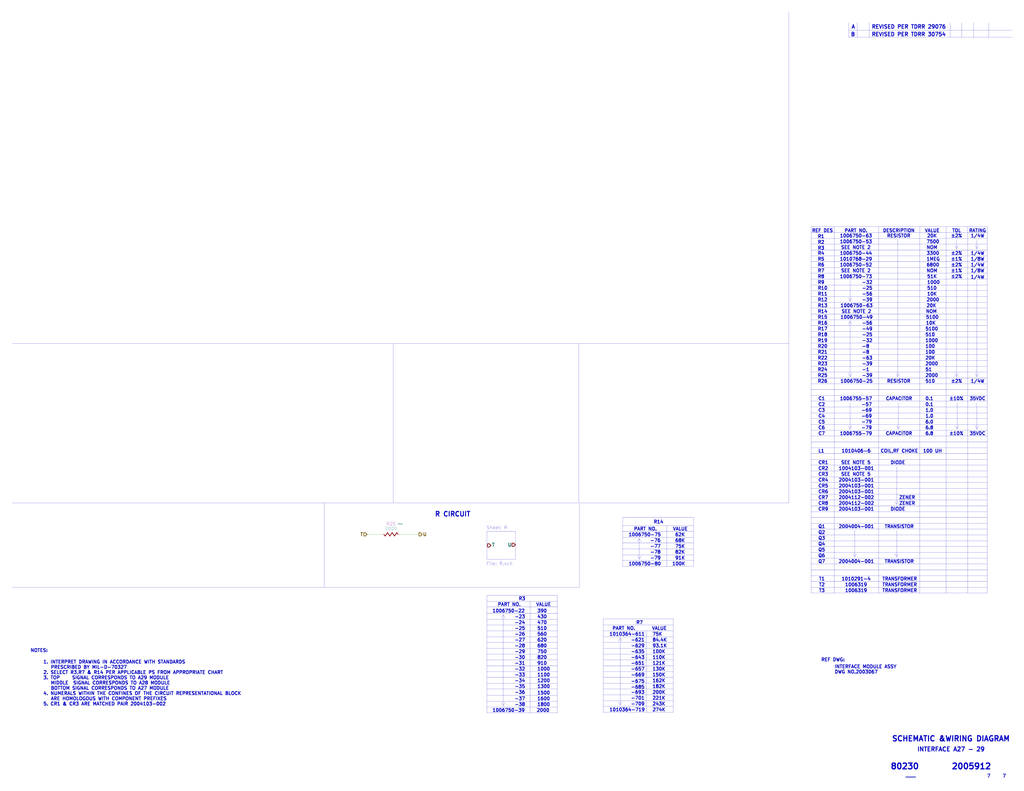
<source format=kicad_sch>
(kicad_sch (version 20211123) (generator eeschema)
  (paper "E")
  (lib_symbols
    (symbol "AGC_DSKY:HierBody" (pin_numbers hide) (pin_names (offset 0) hide)
      (symbol "HierBody_0_1"
        (polyline (pts (xy 1.905 0) (xy -0.127 -1.778) (xy -1.905 -1.778) (xy -1.905 1.778) (xy -0.127 1.778) (xy 1.905 0)) (stroke (width 0.762)))
      )
    )
    (symbol "AGC_DSKY:Resistor" (pin_numbers hide) (pin_names (offset 0) hide)
      (property "Reference" "R" (at -0.635 -4.445 0))
      (symbol "Resistor_0_1"
        (polyline (pts (xy -7.62 0) (xy -6.35 -1.905) (xy -3.81 1.905) (xy -1.27 -1.905) (xy 1.27 1.905) (xy 3.81 -1.905) (xy 6.35 1.905) (xy 7.62 0)) (stroke (width 0.762)))
      )
      (symbol "Resistor_1_1"
        (pin passive line (at -10.16 0 0) (length 2.54) (name "1") (number "1"))
        (pin passive line (at 10.16 0 180) (length 2.54) (name "2") (number "2"))
      )
    )
  )
  (polyline (pts (xy 885.19 571.5) (xy 1077.595 571.5)) (stroke (width 0) (type solid)))
  (polyline (pts (xy 885.19 330.2) (xy 1077.595 330.2)) (stroke (width 0) (type solid)))
  (polyline (pts (xy 531.495 772.16) (xy 608.33 772.16)) (stroke (width 0) (type solid)))
  (polyline (pts (xy 885.19 400.05) (xy 1077.595 400.05)) (stroke (width 0) (type solid)))
  (polyline (pts (xy 1046.48 464.82) (xy 1044.575 468.63)) (stroke (width 0) (type solid)))
  (polyline (pts (xy 679.45 580.39) (xy 756.92 580.39)) (stroke (width 0) (type solid)))
  (polyline (pts (xy 910.59 247.65) (xy 910.59 647.7)) (stroke (width 0) (type solid)))
  (polyline (pts (xy 885.19 520.7) (xy 1077.595 520.7)) (stroke (width 0) (type solid)))
  (polyline (pts (xy 1043.94 411.48) (xy 1043.94 306.07)) (stroke (width 0) (type solid)))
  (polyline (pts (xy 885.19 298.45) (xy 1077.595 298.45)) (stroke (width 0) (type solid)))
  (polyline (pts (xy 1066.165 467.995) (xy 1066.165 440.055)) (stroke (width 0) (type solid)))
  (polyline (pts (xy 861.06 13.335) (xy 861.06 549.275)) (stroke (width 0) (type solid)))
  (polyline (pts (xy 885.19 425.45) (xy 1077.595 425.45)) (stroke (width 0) (type solid)))
  (polyline (pts (xy 531.495 580.39) (xy 531.495 610.87)) (stroke (width 0) (type solid)))
  (polyline (pts (xy 861.06 549.275) (xy 632.46 549.275)) (stroke (width 0) (type solid)))
  (polyline (pts (xy 531.495 765.81) (xy 608.33 765.81)) (stroke (width 0) (type solid)))
  (wire (pts (xy 400.685 583.565) (xy 416.56 583.565)))
  (polyline (pts (xy 531.495 778.51) (xy 608.33 778.51)) (stroke (width 0) (type solid)))
  (polyline (pts (xy 885.19 247.65) (xy 885.19 647.7)) (stroke (width 0) (type solid)))
  (polyline (pts (xy 658.495 688.975) (xy 734.695 688.975)) (stroke (width 0) (type solid)))
  (polyline (pts (xy 925.83 464.82) (xy 927.735 468.63)) (stroke (width 0) (type solid)))
  (polyline (pts (xy 980.44 467.995) (xy 980.44 440.055)) (stroke (width 0) (type solid)))
  (polyline (pts (xy 885.19 438.15) (xy 1077.595 438.15)) (stroke (width 0) (type solid)))
  (polyline (pts (xy 885.19 527.05) (xy 1077.595 527.05)) (stroke (width 0) (type solid)))
  (polyline (pts (xy 658.495 675.64) (xy 734.695 675.64)) (stroke (width 0) (type solid)))
  (polyline (pts (xy 885.19 336.55) (xy 1077.595 336.55)) (stroke (width 0) (type solid)))
  (polyline (pts (xy 885.19 482.6) (xy 1077.595 482.6)) (stroke (width 0) (type solid)))
  (polyline (pts (xy 958.85 247.65) (xy 958.85 647.7)) (stroke (width 0) (type solid)))
  (polyline (pts (xy 1049.8074 40.64) (xy 1049.8074 24.7396)) (stroke (width 0.1524) (type solid)))
  (polyline (pts (xy 885.19 387.35) (xy 1077.595 387.35)) (stroke (width 0) (type solid)))
  (polyline (pts (xy 679.45 574.04) (xy 756.92 574.04)) (stroke (width 0) (type solid)))
  (polyline (pts (xy 885.19 641.35) (xy 1077.595 641.35)) (stroke (width 0) (type solid)))
  (polyline (pts (xy 1064.26 267.97) (xy 1066.165 271.78)) (stroke (width 0) (type solid)))
  (polyline (pts (xy 926.1094 40.64) (xy 926.1094 24.765)) (stroke (width 0.1524) (type solid)))
  (polyline (pts (xy 885.19 374.65) (xy 1077.595 374.65)) (stroke (width 0) (type solid)))
  (polyline (pts (xy 982.345 464.82) (xy 980.44 468.63)) (stroke (width 0) (type solid)))
  (polyline (pts (xy 885.19 406.4) (xy 1077.595 406.4)) (stroke (width 0) (type solid)))
  (polyline (pts (xy 885.19 635) (xy 1077.595 635)) (stroke (width 0) (type solid)))
  (polyline (pts (xy 929.64 407.67) (xy 927.735 411.48)) (stroke (width 0) (type solid)))
  (polyline (pts (xy 727.71 574.04) (xy 727.71 618.49)) (stroke (width 0) (type solid)))
  (polyline (pts (xy 13.335 375.285) (xy 861.06 375.285)) (stroke (width 0) (type solid)))
  (polyline (pts (xy 1003.935 247.65) (xy 1003.935 647.7)) (stroke (width 0) (type solid)))
  (polyline (pts (xy 1066.165 271.78) (xy 1066.165 261.62)) (stroke (width 0) (type solid)))
  (polyline (pts (xy 658.495 771.525) (xy 734.695 771.525)) (stroke (width 0) (type solid)))
  (polyline (pts (xy 13.335 641.35) (xy 632.46 641.35)) (stroke (width 0) (type solid)))
  (polyline (pts (xy 1043.94 271.78) (xy 1043.94 261.62)) (stroke (width 0) (type solid)))
  (polyline (pts (xy 756.92 565.15) (xy 756.92 618.49)) (stroke (width 0) (type solid)))
  (polyline (pts (xy 885.19 558.8) (xy 1077.595 558.8)) (stroke (width 0) (type solid)))
  (polyline (pts (xy 932.815 607.695) (xy 932.815 579.12)) (stroke (width 0) (type solid)))
  (polyline (pts (xy 531.495 708.025) (xy 608.33 708.025)) (stroke (width 0) (type solid)))
  (polyline (pts (xy 13.335 549.275) (xy 631.825 549.275)) (stroke (width 0) (type solid)))
  (polyline (pts (xy 929.64 325.12) (xy 927.735 328.93)) (stroke (width 0) (type solid)))
  (polyline (pts (xy 885.19 254) (xy 1077.595 254)) (stroke (width 0) (type solid)))
  (polyline (pts (xy 658.495 746.125) (xy 734.695 746.125)) (stroke (width 0) (type solid)))
  (polyline (pts (xy 885.19 457.2) (xy 1077.595 457.2)) (stroke (width 0) (type solid)))
  (polyline (pts (xy 578.485 656.59) (xy 578.485 778.51)) (stroke (width 0) (type solid)))
  (polyline (pts (xy 531.495 669.925) (xy 608.33 669.925)) (stroke (width 0) (type solid)))
  (polyline (pts (xy 885.19 393.7) (xy 1077.595 393.7)) (stroke (width 0) (type solid)))
  (polyline (pts (xy 1068.07 464.82) (xy 1066.165 468.63)) (stroke (width 0) (type solid)))
  (polyline (pts (xy 978.535 607.695) (xy 978.535 579.12)) (stroke (width 0) (type solid)))
  (polyline (pts (xy 658.495 777.875) (xy 734.695 777.875)) (stroke (width 0) (type solid)))
  (polyline (pts (xy 679.45 565.15) (xy 679.45 618.49)) (stroke (width 0) (type solid)))
  (polyline (pts (xy 927.735 350.52) (xy 927.735 411.48)) (stroke (width 0) (type solid)))
  (polyline (pts (xy 885.19 381) (xy 1077.595 381)) (stroke (width 0) (type solid)))
  (polyline (pts (xy 885.19 431.8) (xy 1077.595 431.8)) (stroke (width 0) (type solid)))
  (polyline (pts (xy 531.495 701.675) (xy 608.33 701.675)) (stroke (width 0) (type solid)))
  (polyline (pts (xy 885.19 304.8) (xy 1077.595 304.8)) (stroke (width 0) (type solid)))
  (polyline (pts (xy 885.19 533.4) (xy 1077.595 533.4)) (stroke (width 0) (type solid)))
  (polyline (pts (xy 885.19 342.9) (xy 1077.595 342.9)) (stroke (width 0) (type solid)))
  (polyline (pts (xy 695.96 607.06) (xy 697.865 610.87)) (stroke (width 0) (type solid)))
  (polyline (pts (xy 695.96 591.82) (xy 697.865 588.01)) (stroke (width 0) (type solid)))
  (polyline (pts (xy 976.63 604.52) (xy 978.535 608.33)) (stroke (width 0) (type solid)))
  (polyline (pts (xy 885.19 311.15) (xy 1077.595 311.15)) (stroke (width 0) (type solid)))
  (polyline (pts (xy 885.19 292.1) (xy 1077.595 292.1)) (stroke (width 0) (type solid)))
  (polyline (pts (xy 885.19 355.6) (xy 1077.595 355.6)) (stroke (width 0) (type solid)))
  (polyline (pts (xy 1042.035 267.97) (xy 1043.94 271.78)) (stroke (width 0) (type solid)))
  (polyline (pts (xy 679.45 612.14) (xy 756.92 612.14)) (stroke (width 0) (type solid)))
  (polyline (pts (xy 885.19 622.3) (xy 1077.595 622.3)) (stroke (width 0) (type solid)))
  (polyline (pts (xy 679.45 605.79) (xy 756.92 605.79)) (stroke (width 0) (type solid)))
  (polyline (pts (xy 885.19 349.25) (xy 1077.595 349.25)) (stroke (width 0) (type solid)))
  (polyline (pts (xy 885.19 285.75) (xy 1077.595 285.75)) (stroke (width 0) (type solid)))
  (polyline (pts (xy 925.83 325.12) (xy 927.735 328.93)) (stroke (width 0) (type solid)))
  (polyline (pts (xy 675.005 766.445) (xy 676.91 770.255)) (stroke (width 0) (type solid)))
  (polyline (pts (xy 531.495 752.475) (xy 608.33 752.475)) (stroke (width 0) (type solid)))
  (polyline (pts (xy 885.19 577.85) (xy 1077.595 577.85)) (stroke (width 0) (type solid)))
  (polyline (pts (xy 531.495 682.625) (xy 608.33 682.625)) (stroke (width 0) (type solid)))
  (polyline (pts (xy 551.18 675.005) (xy 549.275 671.195)) (stroke (width 0) (type solid)))
  (polyline (pts (xy 885.19 546.1) (xy 1077.595 546.1)) (stroke (width 0) (type solid)))
  (polyline (pts (xy 930.91 604.52) (xy 932.815 608.33)) (stroke (width 0) (type solid)))
  (polyline (pts (xy 705.485 688.975) (xy 705.485 777.875)) (stroke (width 0) (type solid)))
  (polyline (pts (xy 885.19 596.9) (xy 1077.595 596.9)) (stroke (width 0) (type solid)))
  (polyline (pts (xy 885.19 444.5) (xy 1077.595 444.5)) (stroke (width 0) (type solid)))
  (polyline (pts (xy 927.735 328.93) (xy 927.735 306.07)) (stroke (width 0) (type solid)))
  (polyline (pts (xy 1042.67 464.82) (xy 1044.575 468.63)) (stroke (width 0) (type solid)))
  (polyline (pts (xy 531.495 695.325) (xy 608.33 695.325)) (stroke (width 0) (type solid)))
  (polyline (pts (xy 885.19 323.85) (xy 1077.595 323.85)) (stroke (width 0) (type solid)))
  (polyline (pts (xy 658.495 727.075) (xy 734.695 727.075)) (stroke (width 0) (type solid)))
  (polyline (pts (xy 658.495 714.375) (xy 734.695 714.375)) (stroke (width 0) (type solid)))
  (polyline (pts (xy 658.495 695.325) (xy 734.695 695.325)) (stroke (width 0) (type solid)))
  (polyline (pts (xy 531.495 676.275) (xy 608.33 676.275)) (stroke (width 0) (type solid)))
  (polyline (pts (xy 885.19 501.65) (xy 1077.595 501.65)) (stroke (width 0) (type solid)))
  (polyline (pts (xy 1077.595 247.65) (xy 1077.595 647.7)) (stroke (width 0) (type solid)))
  (polyline (pts (xy 676.91 769.62) (xy 676.91 696.595)) (stroke (width 0) (type solid)))
  (polyline (pts (xy 531.495 746.125) (xy 608.33 746.125)) (stroke (width 0) (type solid)))
  (polyline (pts (xy 679.45 565.15) (xy 756.92 565.15)) (stroke (width 0) (type solid)))
  (polyline (pts (xy 1078.992 40.6146) (xy 1078.992 24.7396)) (stroke (width 0.1524) (type solid)))
  (polyline (pts (xy 678.815 766.445) (xy 676.91 770.255)) (stroke (width 0) (type solid)))
  (polyline (pts (xy 885.19 495.3) (xy 1077.595 495.3)) (stroke (width 0) (type solid)))
  (polyline (pts (xy 980.44 604.52) (xy 978.535 608.33)) (stroke (width 0) (type solid)))
  (polyline (pts (xy 562.61 580.39) (xy 531.495 580.39)) (stroke (width 0) (type solid)))
  (polyline (pts (xy 885.19 647.7) (xy 1077.595 647.7)) (stroke (width 0) (type solid)))
  (polyline (pts (xy 929.64 354.33) (xy 927.735 350.52)) (stroke (width 0) (type solid)))
  (polyline (pts (xy 978.535 464.82) (xy 980.44 468.63)) (stroke (width 0) (type solid)))
  (polyline (pts (xy 658.495 765.175) (xy 734.695 765.175)) (stroke (width 0) (type solid)))
  (polyline (pts (xy 1064.26 407.67) (xy 1066.165 411.48)) (stroke (width 0) (type solid)))
  (polyline (pts (xy 675.005 700.405) (xy 676.91 696.595)) (stroke (width 0) (type solid)))
  (polyline (pts (xy 562.61 610.87) (xy 562.61 580.39)) (stroke (width 0) (type solid)))
  (polyline (pts (xy 531.495 759.46) (xy 608.33 759.46)) (stroke (width 0) (type solid)))
  (polyline (pts (xy 948.69 40.64) (xy 948.69 24.7396)) (stroke (width 0.1524) (type solid)))
  (polyline (pts (xy 658.495 752.475) (xy 734.695 752.475)) (stroke (width 0) (type solid)))
  (polyline (pts (xy 531.495 727.075) (xy 608.33 727.075)) (stroke (width 0) (type solid)))
  (polyline (pts (xy 1032.51 247.65) (xy 1032.51 647.7)) (stroke (width 0) (type solid)))
  (polyline (pts (xy 632.46 549.275) (xy 632.46 641.35)) (stroke (width 0) (type solid)))
  (polyline (pts (xy 1066.165 411.48) (xy 1066.165 306.07)) (stroke (width 0) (type solid)))
  (polyline (pts (xy 885.19 609.6) (xy 1077.595 609.6)) (stroke (width 0) (type solid)))
  (polyline (pts (xy 531.495 650.24) (xy 608.33 650.24)) (stroke (width 0) (type solid)))
  (polyline (pts (xy 547.37 767.08) (xy 549.275 770.89)) (stroke (width 0) (type solid)))
  (polyline (pts (xy 531.495 688.975) (xy 608.33 688.975)) (stroke (width 0) (type solid)))
  (polyline (pts (xy 531.495 656.59) (xy 608.33 656.59)) (stroke (width 0) (type solid)))
  (polyline (pts (xy 658.495 733.425) (xy 734.695 733.425)) (stroke (width 0) (type solid)))
  (polyline (pts (xy 981.71 407.67) (xy 979.805 411.48)) (stroke (width 0) (type solid)))
  (polyline (pts (xy 885.19 628.65) (xy 1077.595 628.65)) (stroke (width 0) (type solid)))
  (polyline (pts (xy 1042.035 407.67) (xy 1043.94 411.48)) (stroke (width 0) (type solid)))
  (polyline (pts (xy 658.495 701.675) (xy 734.695 701.675)) (stroke (width 0) (type solid)))
  (polyline (pts (xy 1056.005 247.65) (xy 1056.005 647.7)) (stroke (width 0) (type solid)))
  (polyline (pts (xy 531.495 662.94) (xy 608.33 662.94)) (stroke (width 0) (type solid)))
  (polyline (pts (xy 679.45 593.09) (xy 756.92 593.09)) (stroke (width 0) (type solid)))
  (polyline (pts (xy 980.44 547.37) (xy 978.535 551.18)) (stroke (width 0) (type solid)))
  (polyline (pts (xy 925.83 354.33) (xy 927.735 350.52)) (stroke (width 0) (type solid)))
  (polyline (pts (xy 885.19 488.95) (xy 1077.595 488.95)) (stroke (width 0) (type solid)))
  (polyline (pts (xy 658.495 739.775) (xy 734.695 739.775)) (stroke (width 0) (type solid)))
  (polyline (pts (xy 885.19 565.15) (xy 1077.595 565.15)) (stroke (width 0) (type solid)))
  (polyline (pts (xy 679.45 586.74) (xy 756.92 586.74)) (stroke (width 0) (type solid)))
  (polyline (pts (xy 429.26 375.285) (xy 429.26 549.275)) (stroke (width 0) (type solid)))
  (polyline (pts (xy 658.495 758.825) (xy 734.695 758.825)) (stroke (width 0) (type solid)))
  (polyline (pts (xy 1068.07 407.67) (xy 1066.165 411.48)) (stroke (width 0) (type solid)))
  (polyline (pts (xy 885.19 476.25) (xy 1077.595 476.25)) (stroke (width 0) (type solid)))
  (polyline (pts (xy 1104.9 33.02) (xy 926.1094 33.02)) (stroke (width 0.1524) (type solid)))
  (polyline (pts (xy 531.495 739.775) (xy 608.33 739.775)) (stroke (width 0) (type solid)))
  (polyline (pts (xy 1045.845 267.97) (xy 1043.94 271.78)) (stroke (width 0) (type solid)))
  (polyline (pts (xy 658.495 777.875) (xy 658.495 675.64)) (stroke (width 0) (type solid)))
  (polyline (pts (xy 885.19 279.4) (xy 1077.595 279.4)) (stroke (width 0) (type solid)))
  (polyline (pts (xy 885.19 361.95) (xy 1077.595 361.95)) (stroke (width 0) (type solid)))
  (polyline (pts (xy 885.19 260.35) (xy 1077.595 260.35)) (stroke (width 0) (type solid)))
  (polyline (pts (xy 979.805 261.62) (xy 979.805 411.48)) (stroke (width 0) (type solid)))
  (polyline (pts (xy 885.19 317.5) (xy 1077.595 317.5)) (stroke (width 0) (type solid)))
  (polyline (pts (xy 885.19 603.25) (xy 1077.595 603.25)) (stroke (width 0) (type solid)))
  (polyline (pts (xy 551.18 767.08) (xy 549.275 770.89)) (stroke (width 0) (type solid)))
  (polyline (pts (xy 679.45 618.49) (xy 756.92 618.49)) (stroke (width 0) (type solid)))
  (polyline (pts (xy 678.815 700.405) (xy 676.91 696.595)) (stroke (width 0) (type solid)))
  (polyline (pts (xy 699.77 591.82) (xy 697.865 588.01)) (stroke (width 0) (type solid)))
  (polyline (pts (xy 1045.845 407.67) (xy 1043.94 411.48)) (stroke (width 0) (type solid)))
  (polyline (pts (xy 549.275 770.255) (xy 549.275 671.195)) (stroke (width 0) (type solid)))
  (polyline (pts (xy 531.495 610.87) (xy 562.61 610.87)) (stroke (width 0) (type solid)))
  (polyline (pts (xy 885.19 469.9) (xy 1077.595 469.9)) (stroke (width 0) (type solid)))
  (polyline (pts (xy 1064.26 464.82) (xy 1066.165 468.63)) (stroke (width 0) (type solid)))
  (polyline (pts (xy 531.495 733.425) (xy 608.33 733.425)) (stroke (width 0) (type solid)))
  (polyline (pts (xy 885.19 419.1) (xy 1077.595 419.1)) (stroke (width 0) (type solid)))
  (polyline (pts (xy 697.865 610.235) (xy 697.865 588.01)) (stroke (width 0) (type solid)))
  (polyline (pts (xy 1044.575 467.995) (xy 1044.575 440.055)) (stroke (width 0) (type solid)))
  (polyline (pts (xy 658.495 682.625) (xy 734.695 682.625)) (stroke (width 0) (type solid)))
  (polyline (pts (xy 885.19 273.05) (xy 1077.595 273.05)) (stroke (width 0) (type solid)))
  (polyline (pts (xy 885.19 508) (xy 1077.595 508)) (stroke (width 0) (type solid)))
  (polyline (pts (xy 934.72 604.52) (xy 932.815 608.33)) (stroke (width 0) (type solid)))
  (polyline (pts (xy 734.695 675.64) (xy 734.695 777.875)) (stroke (width 0) (type solid)))
  (polyline (pts (xy 1037.1074 40.64) (xy 1037.1074 24.7396)) (stroke (width 0.1524) (type solid)))
  (wire (pts (xy 436.88 583.565) (xy 457.2 583.565)))
  (polyline (pts (xy 929.64 464.82) (xy 927.735 468.63)) (stroke (width 0) (type solid)))
  (polyline (pts (xy 885.19 266.7) (xy 1077.595 266.7)) (stroke (width 0) (type solid)))
  (polyline (pts (xy 885.19 247.65) (xy 1077.595 247.65)) (stroke (width 0) (type solid)))
  (polyline (pts (xy 977.9 407.67) (xy 979.805 411.48)) (stroke (width 0) (type solid)))
  (polyline (pts (xy 547.37 675.005) (xy 549.275 671.195)) (stroke (width 0) (type solid)))
  (polyline (pts (xy 925.83 407.67) (xy 927.735 411.48)) (stroke (width 0) (type solid)))
  (polyline (pts (xy 885.19 584.2) (xy 1077.595 584.2)) (stroke (width 0) (type solid)))
  (polyline (pts (xy 531.495 778.51) (xy 531.495 650.24)) (stroke (width 0) (type solid)))
  (polyline (pts (xy 885.19 463.55) (xy 1077.595 463.55)) (stroke (width 0) (type solid)))
  (polyline (pts (xy 885.19 539.75) (xy 1077.595 539.75)) (stroke (width 0) (type solid)))
  (polyline (pts (xy 531.495 720.725) (xy 608.33 720.725)) (stroke (width 0) (type solid)))
  (polyline (pts (xy 1068.07 267.97) (xy 1066.165 271.78)) (stroke (width 0) (type solid)))
  (polyline (pts (xy 699.77 607.06) (xy 697.865 610.87)) (stroke (width 0) (type solid)))
  (polyline (pts (xy 976.63 547.37) (xy 978.535 551.18)) (stroke (width 0) (type solid)))
  (polyline (pts (xy 1104.9 40.64) (xy 926.1094 40.64)) (stroke (width 0.1524) (type solid)))
  (polyline (pts (xy 658.495 708.025) (xy 734.695 708.025)) (stroke (width 0) (type solid)))
  (polyline (pts (xy 631.825 548.64) (xy 631.825 375.285)) (stroke (width 0) (type solid)))
  (polyline (pts (xy 608.33 778.51) (xy 608.33 650.24)) (stroke (width 0) (type solid)))
  (polyline (pts (xy 885.19 552.45) (xy 1077.595 552.45)) (stroke (width 0) (type solid)))
  (polyline (pts (xy 1062.5074 40.64) (xy 1062.5074 24.7396)) (stroke (width 0.1524) (type solid)))
  (polyline (pts (xy 885.19 590.55) (xy 1077.595 590.55)) (stroke (width 0) (type solid)))
  (polyline (pts (xy 658.495 720.725) (xy 734.695 720.725)) (stroke (width 0) (type solid)))
  (polyline (pts (xy 935.7106 40.64) (xy 935.7106 24.765)) (stroke (width 0.1524) (type solid)))
  (polyline (pts (xy 353.695 641.35) (xy 353.695 549.275)) (stroke (width 0) (type solid)))
  (polyline (pts (xy 885.19 412.75) (xy 1077.595 412.75)) (stroke (width 0) (type solid)))
  (polyline (pts (xy 531.495 714.375) (xy 608.33 714.375)) (stroke (width 0) (type solid)))
  (polyline (pts (xy 927.735 467.995) (xy 927.735 440.055)) (stroke (width 0) (type solid)))
  (polyline (pts (xy 978.535 550.545) (xy 978.535 509.27)) (stroke (width 0) (type solid)))
  (polyline (pts (xy 885.19 450.85) (xy 1077.595 450.85)) (stroke (width 0) (type solid)))
  (polyline (pts (xy 885.19 368.3) (xy 1077.595 368.3)) (stroke (width 0) (type solid)))
  (polyline (pts (xy 885.19 615.95) (xy 1077.595 615.95)) (stroke (width 0) (type solid)))
  (polyline (pts (xy 679.45 599.44) (xy 756.92 599.44)) (stroke (width 0) (type solid)))
  (polyline (pts (xy 885.19 514.35) (xy 1077.595 514.35)) (stroke (width 0) (type solid)))
  (text "Q2" (at 892.81 583.565 0) (effects (font (size 3.556 3.556) (thickness 0.7112) bold) (justify left bottom)))
  (text "R25" (at 892.175 412.115 0) (effects (font (size 3.556 3.556) (thickness 0.7112) bold) (justify left bottom)))
  (text "REF DES" (at 885.825 254 0) (effects (font (size 3.556 3.556) (thickness 0.7112) bold) (justify left bottom)))
  (text "-25" (at 940.435 316.865 0) (effects (font (size 3.556 3.556) (thickness 0.7112) bold) (justify left bottom)))
  (text "10K" (at 1011.555 323.215 0) (effects (font (size 3.556 3.556) (thickness 0.7112) bold) (justify left bottom)))
  (text "2000" (at 1009.65 399.415 0) (effects (font (size 3.556 3.556) (thickness 0.7112) bold) (justify left bottom)))
  (text "NOTES:" (at 33.02 712.47 0) (effects (font (size 3.556 3.556) (thickness 0.7112) bold) (justify left bottom)))
  (text "R3" (at 892.175 273.05 0) (effects (font (size 3.556 3.556) (thickness 0.7112) bold) (justify left bottom)))
  (text "1000" (at 1011.555 310.515 0) (effects (font (size 3.556 3.556) (thickness 0.7112) bold) (justify left bottom)))
  (text "3300" (at 1010.92 278.765 0) (effects (font (size 3.556 3.556) (thickness 0.7112) bold) (justify left bottom)))
  (text "-79" (at 939.8 462.915 0) (effects (font (size 3.556 3.556) (thickness 0.7112) bold) (justify left bottom)))
  (text "5100" (at 1010.285 348.615 0) (effects (font (size 3.556 3.556) (thickness 0.7112) bold) (justify left bottom)))
  (text "-31" (at 561.34 726.44 0) (effects (font (size 3.556 3.556) (thickness 0.7112) bold) (justify left bottom)))
  (text "PART NO." (at 691.515 579.755 0) (effects (font (size 3.556 3.556) (thickness 0.7112) bold) (justify left bottom)))
  (text "100K" (at 733.425 617.855 0) (effects (font (size 3.556 3.556) (thickness 0.7112) bold) (justify left bottom)))
  (text "SEE NOTE 2" (at 917.575 297.815 0) (effects (font (size 3.556 3.556) (thickness 0.7112) bold) (justify left bottom)))
  (text "-36" (at 561.34 758.19 0) (effects (font (size 3.556 3.556) (thickness 0.7112) bold) (justify left bottom)))
  (text "1/4W" (at 1059.18 304.8 0) (effects (font (size 3.556 3.556) (thickness 0.7112) bold) (justify left bottom)))
  (text "1MEG" (at 1010.92 285.115 0) (effects (font (size 3.556 3.556) (thickness 0.7112) bold) (justify left bottom)))
  (text "VALUE" (at 1009.015 254 0) (effects (font (size 3.556 3.556) (thickness 0.7112) bold) (justify left bottom)))
  (text "2004112-002" (at 915.035 551.815 0) (effects (font (size 3.556 3.556) (thickness 0.7112) bold) (justify left bottom)))
  (text "CR8" (at 892.81 551.815 0) (effects (font (size 3.556 3.556) (thickness 0.7112) bold) (justify left bottom)))
  (text "SEE NOTE 5" (at 917.575 507.365 0) (effects (font (size 3.556 3.556) (thickness 0.7112) bold) (justify left bottom)))
  (text "-26" (at 561.34 694.69 0) (effects (font (size 3.556 3.556) (thickness 0.7112) bold) (justify left bottom)))
  (text "2005912" (at 1038.225 840.74 0) (effects (font (size 6.35 6.35) (thickness 1.27) bold) (justify left bottom)))
  (text "R2" (at 892.175 266.7 0) (effects (font (size 3.556 3.556) (thickness 0.7112) bold) (justify left bottom)))
  (text "1200" (at 586.105 745.49 0) (effects (font (size 3.556 3.556) (thickness 0.7112) bold) (justify left bottom)))
  (text "1006750-63" (at 916.305 259.715 0) (effects (font (size 3.556 3.556) (thickness 0.7112) bold) (justify left bottom)))
  (text "84.4K" (at 711.835 701.04 0) (effects (font (size 3.556 3.556) (thickness 0.7112) bold) (justify left bottom)))
  (text "T2" (at 893.445 640.715 0) (effects (font (size 3.556 3.556) (thickness 0.7112) bold) (justify left bottom)))
  (text "R CIRCUIT" (at 474.345 564.515 0) (effects (font (size 5.08 5.08) (thickness 1.016) bold) (justify left bottom)))
  (text "1/4W" (at 1059.18 291.465 0) (effects (font (size 3.556 3.556) (thickness 0.7112) bold) (justify left bottom)))
  (text "200K" (at 711.835 758.19 0) (effects (font (size 3.556 3.556) (thickness 0.7112) bold) (justify left bottom)))
  (text "100" (at 1009.65 380.365 0) (effects (font (size 3.556 3.556) (thickness 0.7112) bold) (justify left bottom)))
  (text "INTERFACE A27 - 29" (at 1000.76 821.055 0) (effects (font (size 4.572 4.572) (thickness 0.9144) bold) (justify left bottom)))
  (text "-35" (at 561.34 751.84 0) (effects (font (size 3.556 3.556) (thickness 0.7112) bold) (justify left bottom)))
  (text "35VDC" (at 1057.91 475.615 0) (effects (font (size 3.556 3.556) (thickness 0.7112) bold) (justify left bottom)))
  (text "Q1" (at 892.81 577.215 0) (effects (font (size 3.556 3.556) (thickness 0.7112) bold) (justify left bottom)))
  (text "910" (at 586.105 726.44 0) (effects (font (size 3.556 3.556) (thickness 0.7112) bold) (justify left bottom)))
  (text "510" (at 1009.65 418.465 0) (effects (font (size 3.556 3.556) (thickness 0.7112) bold) (justify left bottom)))
  (text "620" (at 586.105 701.04 0) (effects (font (size 3.556 3.556) (thickness 0.7112) bold) (justify left bottom)))
  (text "100 UH" (at 1007.11 494.665 0) (effects (font (size 3.556 3.556) (thickness 0.7112) bold) (justify left bottom)))
  (text "R1" (at 892.175 260.35 0) (effects (font (size 3.556 3.556) (thickness 0.7112) bold) (justify left bottom)))
  (text "560" (at 586.105 694.69 0) (effects (font (size 3.556 3.556) (thickness 0.7112) bold) (justify left bottom)))
  (text "1006755-79" (at 916.305 475.615 0) (effects (font (size 3.556 3.556) (thickness 0.7112) bold) (justify left bottom)))
  (text "1006750-44" (at 916.305 278.765 0) (effects (font (size 3.556 3.556) (thickness 0.7112) bold) (justify left bottom)))
  (text "100" (at 1009.65 386.715 0) (effects (font (size 3.556 3.556) (thickness 0.7112) bold) (justify left bottom)))
  (text "C6" (at 892.81 469.265 0) (effects (font (size 3.556 3.556) (thickness 0.7112) bold) (justify left bottom)))
  (text "R11" (at 892.175 323.215 0) (effects (font (size 3.556 3.556) (thickness 0.7112) bold) (justify left bottom)))
  (text "1/4W" (at 1059.18 418.465 0) (effects (font (size 3.556 3.556) (thickness 0.7112) bold) (justify left bottom)))
  (text "R17" (at 892.175 361.315 0) (effects (font (size 3.556 3.556) (thickness 0.7112) bold) (justify left bottom)))
  (text "6800" (at 1010.92 291.465 0) (effects (font (size 3.556 3.556) (thickness 0.7112) bold) (justify left bottom)))
  (text "510" (at 1011.555 316.865 0) (effects (font (size 3.556 3.556) (thickness 0.7112) bold) (justify left bottom)))
  (text "-39" (at 940.435 329.565 0) (effects (font (size 3.556 3.556) (thickness 0.7112) bold) (justify left bottom)))
  (text "NOM" (at 1010.285 342.265 0) (effects (font (size 3.556 3.556) (thickness 0.7112) bold) (justify left bottom)))
  (text "100K" (at 711.835 713.74 0) (effects (font (size 3.556 3.556) (thickness 0.7112) bold) (justify left bottom)))
  (text "Sheet: R" (at 530.86 578.485 0) (effects (font (size 3.556 3.556)) (justify left bottom)))
  (text "SCHEMATIC &WIRING DIAGRAM" (at 973.1756 810.1584 0) (effects (font (size 5.715 5.715) (thickness 1.143) bold) (justify left bottom)))
  (text "130K" (at 711.835 732.79 0) (effects (font (size 3.556 3.556) (thickness 0.7112) bold) (justify left bottom)))
  (text "Q7" (at 892.81 615.315 0) (effects (font (size 3.556 3.556) (thickness 0.7112) bold) (justify left bottom)))
  (text "±2%" (at 1037.59 304.165 0) (effects (font (size 3.556 3.556) (thickness 0.7112) bold) (justify left bottom)))
  (text "-669" (at 688.34 739.14 0) (effects (font (size 3.556 3.556) (thickness 0.7112) bold) (justify left bottom)))
  (text "R9" (at 892.175 310.515 0) (effects (font (size 3.556 3.556) (thickness 0.7112) bold) (justify left bottom)))
  (text "TOL" (at 1038.86 254 0) (effects (font (size 3.556 3.556) (thickness 0.7112) bold) (justify left bottom)))
  (text "1800" (at 586.105 771.525 0) (effects (font (size 3.556 3.556) (thickness 0.7112) bold) (justify left bottom)))
  (text "R26" (at 892.175 418.465 0) (effects (font (size 3.556 3.556) (thickness 0.7112) bold) (justify left bottom)))
  (text "-78" (at 709.295 605.155 0) (effects (font (size 3.556 3.556) (thickness 0.7112) bold) (justify left bottom)))
  (text "R13" (at 892.175 335.915 0) (effects (font (size 3.556 3.556) (thickness 0.7112) bold) (justify left bottom)))
  (text "-28" (at 561.34 707.39 0) (effects (font (size 3.556 3.556) (thickness 0.7112) bold) (justify left bottom)))
  (text "R6" (at 892.175 291.465 0) (effects (font (size 3.556 3.556) (thickness 0.7112) bold) (justify left bottom)))
  (text "51" (at 1009.65 405.765 0) (effects (font (size 3.556 3.556) (thickness 0.7112) bold) (justify left bottom)))
  (text "-79" (at 939.8 469.265 0) (effects (font (size 3.556 3.556) (thickness 0.7112) bold) (justify left bottom)))
  (text "470" (at 586.105 681.99 0) (effects (font (size 3.556 3.556) (thickness 0.7112) bold) (justify left bottom)))
  (text "5100" (at 1009.65 361.315 0) (effects (font (size 3.556 3.556) (thickness 0.7112) bold) (justify left bottom)))
  (text "2004103-001" (at 915.035 558.165 0) (effects (font (size 3.556 3.556) (thickness 0.7112) bold) (justify left bottom)))
  (text "VALUE" (at 584.835 662.305 0) (effects (font (size 3.556 3.556) (thickness 0.7112) bold) (justify left bottom)))
  (text "10K" (at 1010.285 354.965 0) (effects (font (size 3.556 3.556) (thickness 0.7112) bold) (justify left bottom)))
  (text "-63" (at 940.435 393.065 0) (effects (font (size 3.556 3.556) (thickness 0.7112) bold) (justify left bottom)))
  (text "Q6" (at 892.81 608.965 0) (effects (font (size 3.556 3.556) (thickness 0.7112) bold) (justify left bottom)))
  (text "1100" (at 586.105 739.14 0) (effects (font (size 3.556 3.556) (thickness 0.7112) bold) (justify left bottom)))
  (text "SEE NOTE 2" (at 917.575 272.415 0) (effects (font (size 3.556 3.556) (thickness 0.7112) bold) (justify left bottom)))
  (text "75K" (at 736.6 598.805 0) (effects (font (size 3.556 3.556) (thickness 0.7112) bold) (justify left bottom)))
  (text "1/8W" (at 1059.18 297.815 0) (effects (font (size 3.556 3.556) (thickness 0.7112) bold) (justify left bottom)))
  (text "750" (at 586.105 713.74 0) (effects (font (size 3.556 3.556) (thickness 0.7112) bold) (justify left bottom)))
  (text "1006750-25" (at 916.94 418.465 0) (effects (font (size 3.556 3.556) (thickness 0.7112) bold) (justify left bottom)))
  (text "2000" (at 585.47 777.875 0) (effects (font (size 3.556 3.556) (thickness 0.7112) bold) (justify left bottom)))
  (text "RESISTOR" (at 967.74 418.465 0) (effects (font (size 3.556 3.556) (thickness 0.7112) bold) (justify left bottom)))
  (text "C2" (at 892.81 443.865 0) (effects (font (size 3.556 3.556) (thickness 0.7112) bold) (justify left bottom)))
  (text "Q3" (at 892.81 589.915 0) (effects (font (size 3.556 3.556) (thickness 0.7112) bold) (justify left bottom)))
  (text "R19" (at 892.175 374.015 0) (effects (font (size 3.556 3.556) (thickness 0.7112) bold) (justify left bottom)))
  (text "20K" (at 1010.92 335.915 0) (effects (font (size 3.556 3.556) (thickness 0.7112) bold) (justify left bottom)))
  (text "-57" (at 939.8 443.865 0) (effects (font (size 3.556 3.556) (thickness 0.7112) bold) (justify left bottom)))
  (text "SEE NOTE 2" (at 918.21 342.265 0) (effects (font (size 3.556 3.556) (thickness 0.7112) bold) (justify left bottom)))
  (text "2004004-001" (at 915.035 615.315 0) (effects (font (size 3.556 3.556) (thickness 0.7112) bold) (justify left bottom)))
  (text "A      REVISED PER TDRR 29076" (at 929.005 31.75 0) (effects (font (size 4.064 4.064) (thickness 0.8128) bold) (justify left bottom)))
  (text "TRANSISTOR" (at 965.2 615.315 0) (effects (font (size 3.556 3.556) (thickness 0.7112) bold) (justify left bottom)))
  (text "±2%" (at 1037.59 291.465 0) (effects (font (size 3.556 3.556) (thickness 0.7112) bold) (justify left bottom)))
  (text "1006755-57" (at 916.305 437.515 0) (effects (font (size 3.556 3.556) (thickness 0.7112) bold) (justify left bottom)))
  (text "C5" (at 892.81 462.915 0) (effects (font (size 3.556 3.556) (thickness 0.7112) bold) (justify left bottom)))
  (text "±2%" (at 1037.59 418.465 0) (effects (font (size 3.556 3.556) (thickness 0.7112) bold) (justify left bottom)))
  (text "2004103-001" (at 915.035 526.415 0) (effects (font (size 3.556 3.556) (thickness 0.7112) bold) (justify left bottom)))
  (text "-29" (at 561.34 713.74 0) (effects (font (size 3.556 3.556) (thickness 0.7112) bold) (justify left bottom)))
  (text "243K" (at 711.835 770.89 0) (effects (font (size 3.556 3.556) (thickness 0.7112) bold) (justify left bottom)))
  (text "-685" (at 688.34 752.475 0) (effects (font (size 3.556 3.556) (thickness 0.7112) bold) (justify left bottom)))
  (text "62K" (at 736.6 586.105 0) (effects (font (size 3.556 3.556) (thickness 0.7112) bold) (justify left bottom)))
  (text "-56" (at 940.435 354.965 0) (effects (font (size 3.556 3.556) (thickness 0.7112) bold) (justify left bottom)))
  (text "DIODE" (at 971.55 558.165 0) (effects (font (size 3.556 3.556) (thickness 0.7112) bold) (justify left bottom)))
  (text "510" (at 586.105 688.34 0) (effects (font (size 3.556 3.556) (thickness 0.7112) bold) (justify left bottom)))
  (text "NOM" (at 1010.92 272.415 0) (effects (font (size 3.556 3.556) (thickness 0.7112) bold) (justify left bottom)))
  (text "1/8W" (at 1059.18 285.115 0) (effects (font (size 3.556 3.556) (thickness 0.7112) bold) (justify left bottom)))
  (text "-24" (at 561.34 681.99 0) (effects (font (size 3.556 3.556) (thickness 0.7112) bold) (justify left bottom)))
  (text "-32" (at 940.435 374.015 0) (effects (font (size 3.556 3.556) (thickness 0.7112) bold) (justify left bottom)))
  (text "-79" (at 709.295 611.505 0) (effects (font (size 3.556 3.556) (thickness 0.7112) bold) (justify left bottom)))
  (text "2004103-001" (at 915.035 539.115 0) (effects (font (size 3.556 3.556) (thickness 0.7112) bold) (justify left bottom)))
  (text "-30" (at 561.34 720.09 0) (effects (font (size 3.556 3.556) (thickness 0.7112) bold) (justify left bottom)))
  (text "820" (at 586.105 720.09 0) (effects (font (size 3.556 3.556) (thickness 0.7112) bold) (justify left bottom)))
  (text "1004103-001" (at 915.035 513.715 0) (effects (font (size 3.556 3.556) (thickness 0.7112) bold) (justify left bottom)))
  (text "C7" (at 892.81 475.615 0) (effects (font (size 3.556 3.556) (thickness 0.7112) bold) (justify left bottom)))
  (text "0.1" (at 1009.65 437.515 0) (effects (font (size 3.556 3.556) (thickness 0.7112) bold) (justify left bottom)))
  (text "±1%" (at 1037.59 285.115 0) (effects (font (size 3.556 3.556) (thickness 0.7112) bold) (justify left bottom)))
  (text "1006750-80" (at 685.8 617.855 0) (effects (font (size 3.556 3.556) (thickness 0.7112) bold) (justify left bottom)))
  (text "-651" (at 688.34 726.44 0) (effects (font (size 3.556 3.556) (thickness 0.7112) bold) (justify left bottom)))
  (text "C4" (at 892.81 456.565 0) (effects (font (size 3.556 3.556) (thickness 0.7112) bold) (justify left bottom)))
  (text "R12" (at 892.175 329.565 0) (effects (font (size 3.556 3.556) (thickness 0.7112) bold) (justify left bottom)))
  (text "35VDC" (at 1057.91 437.515 0) (effects (font (size 3.556 3.556) (thickness 0.7112) bold) (justify left bottom)))
  (text "B      REVISED PER TDRR 30754" (at 928.37 40.005 0) (effects (font (size 4.064 4.064) (thickness 0.8128) bold) (justify left bottom)))
  (text "274K" (at 711.835 777.24 0) (effects (font (size 3.556 3.556) (thickness 0.7112) bold) (justify left bottom)))
  (text "1500" (at 586.105 758.825 0) (effects (font (size 3.556 3.556) (thickness 0.7112) bold) (justify left bottom)))
  (text "7     7" (at 1076.96 849.63 0) (effects (font (size 3.556 3.556) (thickness 0.7112) bold) (justify left bottom)))
  (text "CR9" (at 892.81 558.165 0) (effects (font (size 3.556 3.556) (thickness 0.7112) bold) (justify left bottom)))
  (text "80230" (at 971.55 840.74 0) (effects (font (size 6.35 6.35) (thickness 1.27) bold) (justify left bottom)))
  (text "TRANSFORMER" (at 962.66 640.715 0) (effects (font (size 3.556 3.556) (thickness 0.7112) bold) (justify left bottom)))
  (text "T1" (at 893.445 634.365 0) (effects (font (size 3.556 3.556) (thickness 0.7112) bold) (justify left bottom)))
  (text "110K" (at 711.835 720.09 0) (effects (font (size 3.556 3.556) (thickness 0.7112) bold) (justify left bottom)))
  (text "R10" (at 892.175 316.865 0) (effects (font (size 3.556 3.556) (thickness 0.7112) bold) (justify left bottom)))
  (text "-709" (at 688.34 770.89 0) (effects (font (size 3.556 3.556) (thickness 0.7112) bold) (justify left bottom)))
  (text "PART NO." (at 542.925 662.305 0) (effects (font (size 3.556 3.556) (thickness 0.7112) bold) (justify left bottom)))
  (text "510" (at 1009.65 367.665 0) (effects (font (size 3.556 3.556) (thickness 0.7112) bold) (justify left bottom)))
  (text "C1" (at 892.81 437.515 0) (effects (font (size 3.556 3.556) (thickness 0.7112) bold) (justify left bottom)))
  (text "R21" (at 892.175 386.715 0) (effects (font (size 3.556 3.556) (thickness 0.7112) bold) (justify left bottom)))
  (text "-675" (at 688.34 746.125 0) (effects (font (size 3.556 3.556) (thickness 0.7112) bold) (justify left bottom)))
  (text "1006319" (at 922.02 647.065 0) (effects (font (size 3.556 3.556) (thickness 0.7112) bold) (justify left bottom)))
  (text "1. INTERPRET DRAWING IN ACCORDANCE WITH STANDARDS\n   PRESCRIBED BY MIL-D-70327\n2. SELECT R3,R7 & R14 PER APPLICABLE PS FROM APPROPRIATE CHART\n3. TOP     SIGNAL CORRESPONDS TO A29 MODULE\n   MIDDLE  SIGNAL CORRESPONDS TO A28 MODULE\n   BOTTOM SIGNAL CORRESPONDS TO A27 MODULE\n4. NUMERALS WITHIN THE CONFINES OF THE CIRCUIT REPRESENTATIONAL BLOCK\n   ARE HOMOLOGOUS WITH COMPONENT PREFIXES\n5. CR1 & CR3 ARE MATCHED PAIR 2004103-002" (at 46.99 770.89 0) (effects (font (size 3.556 3.556) (thickness 0.7112) bold) (justify left bottom)))
  (text "1000" (at 1009.65 374.015 0) (effects (font (size 3.556 3.556) (thickness 0.7112) bold) (justify left bottom)))
  (text "TRANSFORMER" (at 962.66 647.065 0) (effects (font (size 3.556 3.556) (thickness 0.7112) bold) (justify left bottom)))
  (text "68K" (at 736.6 592.455 0) (effects (font (size 3.556 3.556) (thickness 0.7112) bold) (justify left bottom)))
  (text "DIODE" (at 971.55 507.365 0) (effects (font (size 3.556 3.556) (thickness 0.7112) bold) (justify left bottom)))
  (text "-629" (at 688.34 707.39 0) (effects (font (size 3.556 3.556) (thickness 0.7112) bold) (justify left bottom)))
  (text "CR6" (at 892.81 539.115 0) (effects (font (size 3.556 3.556) (thickness 0.7112) bold) (justify left bottom)))
  (text "C3" (at 892.81 450.215 0) (effects (font (size 3.556 3.556) (thickness 0.7112) bold) (justify left bottom)))
  (text "PART NO." (at 921.385 254 0) (effects (font (size 3.556 3.556) (thickness 0.7112) bold) (justify left bottom)))
  (text "82K" (at 736.6 605.155 0) (effects (font (size 3.556 3.556) (thickness 0.7112) bold) (justify left bottom)))
  (text "51K" (at 1011.555 304.165 0) (effects (font (size 3.556 3.556) (thickness 0.7112) bold) (justify left bottom)))
  (text "20K" (at 1009.65 393.065 0) (effects (font (size 3.556 3.556) (thickness 0.7112) bold) (justify left bottom)))
  (text "7500" (at 1010.92 266.065 0) (effects (font (size 3.556 3.556) (thickness 0.7112) bold) (justify left bottom)))
  (text "-25" (at 940.435 367.665 0) (effects (font (size 3.556 3.556) (thickness 0.7112) bold) (justify left bottom)))
  (text "1010364-611" (at 664.845 694.69 0) (effects (font (size 3.556 3.556) (thickness 0.7112) bold) (justify left bottom)))
  (text "-38" (at 561.34 771.525 0) (effects (font (size 3.556 3.556) (thickness 0.7112) bold) (justify left bottom)))
  (text "430" (at 586.105 675.64 0) (effects (font (size 3.556 3.556) (thickness 0.7112) bold) (justify left bottom)))
  (text "Q5" (at 892.81 602.615 0) (effects (font (size 3.556 3.556) (thickness 0.7112) bold) (justify left bottom)))
  (text "121K" (at 711.835 726.44 0) (effects (font (size 3.556 3.556) (thickness 0.7112) bold) (justify left bottom)))
  (text "1006750-22" (at 537.21 669.29 0) (effects (font (size 3.556 3.556) (thickness 0.7112) bold) (justify left bottom)))
  (text "182K" (at 711.835 751.84 0) (effects (font (size 3.556 3.556) (thickness 0.7112) bold) (justify left bottom)))
  (text "SEE NOTE 5" (at 917.575 520.065 0) (effects (font (size 3.556 3.556) (thickness 0.7112) bold) (justify left bottom)))
  (text "DESCRIPTION" (at 963.295 254 0) (effects (font (size 3.556 3.556) (thickness 0.7112) bold) (justify left bottom)))
  (text "R4" (at 892.175 278.765 0) (effects (font (size 3.556 3.556) (thickness 0.7112) bold) (justify left bottom)))
  (text "R7" (at 892.175 297.815 0) (effects (font (size 3.556 3.556) (thickness 0.7112) bold) (justify left bottom)))
  (text "NOM" (at 1010.92 297.815 0) (effects (font (size 3.556 3.556) (thickness 0.7112) bold) (justify left bottom)))
  (text "TRANSFORMER" (at 962.66 634.365 0) (effects (font (size 3.556 3.556) (thickness 0.7112) bold) (justify left bottom)))
  (text "±1%" (at 1037.59 297.815 0) (effects (font (size 3.556 3.556) (thickness 0.7112) bold) (justify left bottom)))
  (text "2000" (at 1009.65 412.115 0) (effects (font (size 3.556 3.556) (thickness 0.7112) bold) (justify left bottom)))
  (text "1010406-6" (at 918.21 494.665 0) (effects (font (size 3.556 3.556) (thickness 0.7112) bold) (justify left bottom)))
  (text "R8" (at 892.175 304.165 0) (effects (font (size 3.556 3.556) (thickness 0.7112) bold) (justify left bottom)))
  (text "390" (at 586.105 669.29 0) (effects (font (size 3.556 3.556) (thickness 0.7112) bold) (justify left bottom)))
  (text "-37" (at 561.34 765.175 0) (effects (font (size 3.556 3.556) (thickness 0.7112) bold) (justify left bottom)))
  (text "±10%" (at 1035.685 475.615 0) (effects (font (size 3.556 3.556) (thickness 0.7112) bold) (justify left bottom)))
  (text "CR1" (at 892.81 507.365 0) (effects (font (size 3.556 3.556) (thickness 0.7112) bold) (justify left bottom)))
  (text "-39" (at 940.435 412.115 0) (effects (font (size 3.556 3.556) (thickness 0.7112) bold) (justify left bottom)))
  (text "2000" (at 1010.92 329.565 0) (effects (font (size 3.556 3.556) (thickness 0.7112) bold) (justify left bottom)))
  (text "VALUE" (at 734.06 579.755 0) (effects (font (size 3.556 3.556) (thickness 0.7112) bold) (justify left bottom)))
  (text "-27" (at 561.34 701.04 0) (effects (font (size 3.556 3.556) (thickness 0.7112) bold) (justify left bottom)))
  (text "6.0" (at 1009.65 462.915 0) (effects (font (size 3.556 3.556) (thickness 0.7112) bold) (justify left bottom)))
  (text "L1" (at 892.81 494.665 0) (effects (font (size 3.556 3.556) (thickness 0.7112) bold) (justify left bottom)))
  (text "-693" (at 688.34 758.19 0) (effects (font (size 3.556 3.556) (thickness 0.7112) bold) (justify left bottom)))
  (text "75K" (at 711.835 694.69 0) (effects (font (size 3.556 3.556) (thickness 0.7112) bold) (justify left bottom)))
  (text "150K" (at 711.835 739.14 0) (effects (font (size 3.556 3.556) (thickness 0.7112) bold) (justify left bottom)))
  (text "162K" (at 711.835 745.49 0) (effects (font (size 3.556 3.556) (thickness 0.7112) bold) (justify left bottom)))
  (text "CR5" (at 892.81 532.765 0) (effects (font (size 3.556 3.556) (thickness 0.7112) bold) (justify left bottom)))
  (text "1/4W" (at 1059.18 278.765 0) (effects (font (size 3.556 3.556) (thickness 0.7112) bold) (justify left bottom)))
  (text "PART NO." (at 668.02 688.34 0) (effects (font (size 3.556 3.556) (thickness 0.7112) bold) (justify left bottom)))
  (text "RESISTOR" (at 967.74 259.715 0) (effects (font (size 3.556 3.556) (thickness 0.7112) bold) (justify left bottom)))
  (text "93.1K" (at 711.835 707.39 0) (effects (font (size 3.556 3.556) (thickness 0.7112) bold) (justify left bottom)))
  (text "1.0" (at 1009.65 456.565 0) (effects (font (size 3.556 3.556) (thickness 0.7112) bold) (justify left bottom)))
  (text "-8" (at 940.435 380.365 0) (effects (font (size 3.556 3.556) (thickness 0.7112) bold) (justify left bottom)))
  (text "1006750-73" (at 916.305 304.165 0) (effects (font (size 3.556 3.556) (thickness 0.7112) bold) (justify left bottom)))
  (text "-33" (at 561.34 739.14 0) (effects (font (size 3.556 3.556) (thickness 0.7112) bold) (justify left bottom)))
  (text "R18" (at 892.175 367.665 0) (effects (font (size 3.556 3.556) (thickness 0.7112) bold) (justify left bottom)))
  (text "CAPACITOR" (at 966.47 437.515 0) (effects (font (size 3.556 3.556) (thickness 0.7112) bold) (justify left bottom)))
  (text "-1" (at 940.435 405.765 0) (effects (font (size 3.556 3.556) (thickness 0.7112) bold) (justify left bottom)))
  (text "2004103-001" (at 915.035 532.765 0) (effects (font (size 3.556 3.556) (thickness 0.7112) bold) (justify left bottom)))
  (text "20K" (at 1011.555 259.715 0) (effects (font (size 3.556 3.556) (thickness 0.7112) bold) (justify left bottom)))
  (text "1300" (at 586.105 751.84 0) (effects (font (size 3.556 3.556) (thickness 0.7112) bold) (justify left bottom)))
  (text "R23" (at 892.175 399.415 0) (effects (font (size 3.556 3.556) (thickness 0.7112) bold) (justify left bottom)))
  (text "COIL,RF CHOKE" (at 960.755 494.665 0) (effects (font (size 3.556 3.556) (thickness 0.7112) bold) (justify left bottom)))
  (text "R5" (at 892.175 285.115 0) (effects (font (size 3.556 3.556) (thickness 0.7112) bold) (justify left bottom)))
  (text "1006750-52" (at 916.305 291.465 0) (effects (font (size 3.556 3.556) (thickness 0.7112) bold) (justify left bottom)))
  (text "-25" (at 561.34 688.34 0) (effects (font (size 3.556 3.556) (thickness 0.7112) bold) (justify left bottom)))
  (text "CR3" (at 892.81 520.065 0) (effects (font (size 3.556 3.556) (thickness 0.7112) bold) (justify left bottom)))
  (text "1.0" (at 1009.65 450.215 0) (effects (font (size 3.556 3.556) (thickness 0.7112) bold) (justify left bottom)))
  (text "ZENER" (at 981.075 545.465 0) (effects (font (size 3.556 3.556) (thickness 0.7112) bold) (justify left bottom)))
  (text "R15" (at 892.175 348.615 0) (effects (font (size 3.556 3.556) (thickness 0.7112) bold) (justify left bottom)))
  (text "R3" (at 565.785 655.955 0) (effects (font (size 3.556 3.556) (thickness 0.7112) bold) (justify left bottom)))
  (text "CR4" (at 892.81 526.415 0) (effects (font (size 3.556 3.556) (thickness 0.7112) bold) (justify left bottom)))
  (text "±2%" (at 1037.59 278.765 0) (effects (font (size 3.556 3.556) (thickness 0.7112) bold) (justify left bottom)))
  (text "-39" (at 940.435 399.415 0) (effects (font (size 3.556 3.556) (thickness 0.7112) bold) (justify left bottom)))
  (text "1006750-53" (at 916.305 266.065 0) (effects (font (size 3.556 3.556) (thickness 0.7112) bold) (justify left bottom)))
  (text "1006750-63" (at 916.94 335.915 0) (effects (font (size 3.556 3.556) (thickness 0.7112) bold) (justify left bottom)))
  (text "R7" (at 694.055 681.99 0) (effects (font (size 3.556 3.556) (thickness 0.7112) bold) (justify left bottom)))
  (text "T3" (at 893.445 647.065 0) (effects (font (size 3.556 3.556) (thickness 0.7112) bold) (justify left bottom)))
  (text "221K" (at 711.835 764.54 0) (effects (font (size 3.556 3.556) (thickness 0.7112) bold) (justify left bottom)))
  (text "-635" (at 688.34 713.74 0) (effects (font (size 3.556 3.556) (thickness 0.7112) bold) (justify left bottom)))
  (text "-643" (at 688.34 720.09 0) (effects (font (size 3.556 3.556) (thickness 0.7112) bold) (justify left bottom)))
  (text "-34" (at 561.34 745.49 0) (effects (font (size 3.556 3.556) (thickness 0.7112) bold) (justify left bottom)))
  (text "CAPACITOR" (at 966.47 475.615 0) (effects (font (size 3.556 3.556) (thickness 0.7112) bold) (justify left bottom)))
  (text "1006750-49" (at 916.94 348.615 0) (effects (font (size 3.556 3.556) (thickness 0.7112) bold) (justify left bottom)))
  (text "1010364-719" (at 664.845 777.24 0) (effects (font (size 3.556 3.556) (thickness 0.7112) bold) (justify left bottom)))
  (text "-23" (at 561.34 675.64 0) (effects (font (size 3.556 3.556) (thickness 0.7112) bold) (justify left bottom)))
  (text "R14" (at 892.175 342.265 0) (effects (font (size 3.556 3.556) (thickness 0.7112) bold) (justify left bottom)))
  (text "-621" (at 688.34 701.04 0) (effects (font (size 3.556 3.556) (thickness 0.7112) bold) (justify left bottom)))
  (text "-49" (at 940.435 361.315 0) (effects (font (size 3.556 3.556) (thickness 0.7112) bold) (justify left bottom)))
  (text "-8" (at 940.435 386.715 0) (effects (font (size 3.556 3.556) (thickness 0.7112) bold) (justify left bottom)))
  (text "Q4" (at 892.81 596.265 0) (effects (font (size 3.556 3.556) (thickness 0.7112) bold) (justify left bottom)))
  (text "-77" (at 709.295 598.805 0) (effects (font (size 3.556 3.556) (thickness 0.7112) bold) (justify left bottom)))
  (text "INTERFACE MODULE ASSY\nDWG NO.2003067" (at 910.59 735.965 0) (effects (font (size 3.556 3.556) (thickness 0.7112) bold) (justify left bottom)))
  (text "91K" (at 736.6 611.505 0) (effects (font (size 3.556 3.556) (thickness 0.7112) bold) (justify left bottom)))
  (text "-32" (at 940.435 310.515 0) (effects (font (size 3.556 3.556) (thickness 0.7112) bold) (justify left bottom)))
  (text "VALUE" (at 711.2 688.34 0) (effects (font (size 3.556 3.556) (thickness 0.7112) bold) (justify left bottom)))
  (text "ZENER" (at 981.075 551.815 0) (effects (font (size 3.556 3.556) (thickness 0.7112) bold) (justify left bottom)))
  (text "REF DWG:" (at 895.985 722.63 0) (effects (font (size 3.556 3.556) (thickness 0.7112) bold) (justify left bottom)))
  (text "-69" (at 939.8 450.215 0) (effects (font (size 3.556 3.556) (thickness 0.7112) bold) (justify left bottom)))
  (text "2004004-001" (at 915.035 577.215 0) (effects (font (size 3.556 3.556) (thickness 0.7112) bold) (justify left bottom)))
  (text "1010291-4" (at 918.21 634.365 0) (effects (font (size 3.556 3.556) (thickness 0.7112) bold) (justify left bottom)))
  (text "R22" (at 892.175 393.065 0) (effects (font (size 3.556 3.556) (thickness 0.7112) bold) (justify left bottom)))
  (text "CR7" (at 892.81 545.465 0) (effects (font (size 3.556 3.556) (thickness 0.7112) bold) (justify left bottom)))
  (text "0.1" (at 1009.65 443.865 0) (effects (font (size 3.556 3.556) (thickness 0.7112) bold) (justify left bottom)))
  (text "TRANSISTOR" (at 965.2 577.215 0) (effects (font (size 3.556 3.556) (thickness 0.7112) bold) (justify left bottom)))
  (text "2004112-002" (at 915.035 545.465 0) (effects (font (size 3.556 3.556) (thickness 0.7112) bold) (justify left bottom)))
  (text "R20" (at 892.175 380.365 0) (effects (font (size 3.556 3.556) (thickness 0.7112) bold) (justify left bottom)))
  (text "1000" (at 586.105 732.79 0) (effects (font (size 3.556 3.556) (thickness 0.7112) bold) (justify left bottom)))
  (text "-76" (at 709.295 592.455 0) (effects (font (size 3.556 3.556) (thickness 0.7112) bold) (justify left bottom)))
  (text "±10%" (at 1035.685 437.515 0) (effects (font (size 3.556 3.556) (thickness 0.7112) bold) (justify left bottom)))
  (text "6.8" (at 1009.65 469.265 0) (effects (font (size 3.556 3.556) (thickness 0.7112) bold) (justify left bottom)))
  (text "____" (at 988.06 848.995 0) (effects (font (size 3.556 3.556) (thickness 0.7112) bold) (justify left bottom)))
  (text "±2%" (at 1037.59 259.715 0) (effects (font (size 3.556 3.556) (thickness 0.7112) bold) (justify left bottom)))
  (text "R16" (at 892.175 354.965 0) (effects (font (size 3.556 3.556) (thickness 0.7112) bold) (justify left bottom)))
  (text "CR2" (at 892.81 513.715 0) (effects (font (size 3.556 3.556) (thickness 0.7112) bold) (justify left bottom)))
  (text "6.8" (at 1009.65 475.615 0) (effects (font (size 3.556 3.556) (thickness 0.7112) bold) (justify left bottom)))
  (text "1006319" (at 922.02 640.715 0) (effects (font (size 3.556 3.556) (thickness 0.7112) bold) (justify left bottom)))
  (text "1006750-39" (at 537.21 777.875 0) (effects (font (size 3.556 3.556) (thickness 0.7112) bold) (justify left bottom)))
  (text "-69" (at 939.8 456.565 0) (effects (font (size 3.556 3.556) (thickness 0.7112) bold) (justify left bottom)))
  (text "1006750-75" (at 685.8 586.105 0) (effects (font (size 3.556 3.556) (thickness 0.7112) bold) (justify left bottom)))
  (text "-701" (at 688.34 764.54 0) (effects (font (size 3.556 3.556) (thickness 0.7112) bold) (justify left bottom)))
  (text "File: R.sch" (at 530.86 617.855 0) (effects (font (size 3.556 3.556)) (justify left bottom)))
  (text "RATING" (at 1057.275 254 0) (effects (font (size 3.556 3.556) (thickness 0.7112) bold) (justify left bottom)))
  (text "1600" (at 586.105 765.175 0) (effects (font (size 3.556 3.556) (thickness 0.7112) bold) (justify left bottom)))
  (text "-657" (at 688.34 732.79 0) (effects (font (size 3.556 3.556) (thickness 0.7112) bold) (justify left bottom)))
  (text "R24" (at 892.175 405.765 0) (effects (font (size 3.556 3.556) (thickness 0.7112) bold) (justify left bottom)))
  (text "-56" (at 940.435 323.215 0) (effects (font (size 3.556 3.556) (thickness 0.7112) bold) (justify left bottom)))
  (text "1/4W" (at 1059.18 259.715 0) (effects (font (size 3.556 3.556) (thickness 0.7112) bold) (justify left bottom)))
  (text "-32" (at 561.34 732.79 0) (effects (font (size 3.556 3.556) (thickness 0.7112) bold) (justify left bottom)))
  (text "680" (at 586.105 707.39 0) (effects (font (size 3.556 3.556) (thickness 0.7112) bold) (justify left bottom)))
  (text "R14" (at 713.105 572.135 0) (effects (font (size 3.556 3.556) (thickness 0.7112) bold) (justify left bottom)))
  (text "1010768-29" (at 916.305 285.115 0) (effects (font (size 3.556 3.556) (thickness 0.7112) bold) (justify left bottom)))
  (hierarchical_label "U" (shape output) (at 457.2 583.565 0) (effects (font (size 3.556 3.556) (thickness 0.7112) bold)))
  (hierarchical_label "T" (shape input) (at 400.685 583.565 180) (effects (font (size 3.556 3.556) (thickness 0.7112) bold)))
  (symbol (lib_id "AGC_DSKY:HierBody") (at 534.035 595.63 0)
    (property "Reference" "N2701" (effects hide))
    (property "Value" "T" (at 538.48 594.995 0) (effects (font (size 3.556 3.556) bold)))
  )
  (symbol (lib_id "AGC_DSKY:HierBody") (at 560.705 594.995 0)
    (property "Reference" "N2702" (effects hide))
    (property "Value" "U" (at 556.26 594.995 0) (effects (font (size 3.556 3.556) bold)))
  )
  (symbol (lib_id "AGC_DSKY:Resistor") (at 426.72 583.565 0)
    (property "Reference" "9R25" (at 436.88 572.135 0))
    (property "Value" "2000" (at 426.72 577.215 0) (effects (font (size 3.302 3.302))))
    (property "baseRefd" "R25" (at 426.72 572.135 0) (effects (font (size 3.556 3.556))))
  )
)
</source>
